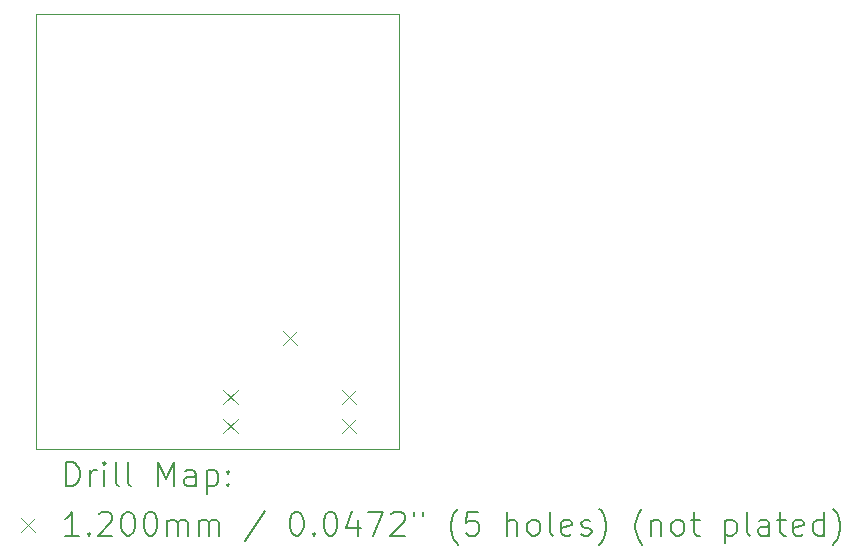
<source format=gbr>
%TF.GenerationSoftware,KiCad,Pcbnew,8.0.4-1.fc40*%
%TF.CreationDate,2024-08-27T20:57:50+02:00*%
%TF.ProjectId,ATU100 Alc interface,41545531-3030-4204-916c-6320696e7465,rev?*%
%TF.SameCoordinates,Original*%
%TF.FileFunction,Drillmap*%
%TF.FilePolarity,Positive*%
%FSLAX45Y45*%
G04 Gerber Fmt 4.5, Leading zero omitted, Abs format (unit mm)*
G04 Created by KiCad (PCBNEW 8.0.4-1.fc40) date 2024-08-27 20:57:50*
%MOMM*%
%LPD*%
G01*
G04 APERTURE LIST*
%ADD10C,0.050000*%
%ADD11C,0.200000*%
%ADD12C,0.120000*%
G04 APERTURE END LIST*
D10*
X8200000Y-9630000D02*
X11275000Y-9630000D01*
X11275000Y-13315000D01*
X8200000Y-13315000D01*
X8200000Y-9630000D01*
D11*
D12*
X9790000Y-12815000D02*
X9910000Y-12935000D01*
X9910000Y-12815000D02*
X9790000Y-12935000D01*
X9790000Y-13065000D02*
X9910000Y-13185000D01*
X9910000Y-13065000D02*
X9790000Y-13185000D01*
X10290000Y-12315000D02*
X10410000Y-12435000D01*
X10410000Y-12315000D02*
X10290000Y-12435000D01*
X10790000Y-12815000D02*
X10910000Y-12935000D01*
X10910000Y-12815000D02*
X10790000Y-12935000D01*
X10790000Y-13065000D02*
X10910000Y-13185000D01*
X10910000Y-13065000D02*
X10790000Y-13185000D01*
D11*
X8458277Y-13628984D02*
X8458277Y-13428984D01*
X8458277Y-13428984D02*
X8505896Y-13428984D01*
X8505896Y-13428984D02*
X8534467Y-13438508D01*
X8534467Y-13438508D02*
X8553515Y-13457555D01*
X8553515Y-13457555D02*
X8563039Y-13476603D01*
X8563039Y-13476603D02*
X8572563Y-13514698D01*
X8572563Y-13514698D02*
X8572563Y-13543269D01*
X8572563Y-13543269D02*
X8563039Y-13581365D01*
X8563039Y-13581365D02*
X8553515Y-13600412D01*
X8553515Y-13600412D02*
X8534467Y-13619460D01*
X8534467Y-13619460D02*
X8505896Y-13628984D01*
X8505896Y-13628984D02*
X8458277Y-13628984D01*
X8658277Y-13628984D02*
X8658277Y-13495650D01*
X8658277Y-13533746D02*
X8667801Y-13514698D01*
X8667801Y-13514698D02*
X8677324Y-13505174D01*
X8677324Y-13505174D02*
X8696372Y-13495650D01*
X8696372Y-13495650D02*
X8715420Y-13495650D01*
X8782086Y-13628984D02*
X8782086Y-13495650D01*
X8782086Y-13428984D02*
X8772563Y-13438508D01*
X8772563Y-13438508D02*
X8782086Y-13448031D01*
X8782086Y-13448031D02*
X8791610Y-13438508D01*
X8791610Y-13438508D02*
X8782086Y-13428984D01*
X8782086Y-13428984D02*
X8782086Y-13448031D01*
X8905896Y-13628984D02*
X8886848Y-13619460D01*
X8886848Y-13619460D02*
X8877324Y-13600412D01*
X8877324Y-13600412D02*
X8877324Y-13428984D01*
X9010658Y-13628984D02*
X8991610Y-13619460D01*
X8991610Y-13619460D02*
X8982086Y-13600412D01*
X8982086Y-13600412D02*
X8982086Y-13428984D01*
X9239229Y-13628984D02*
X9239229Y-13428984D01*
X9239229Y-13428984D02*
X9305896Y-13571841D01*
X9305896Y-13571841D02*
X9372563Y-13428984D01*
X9372563Y-13428984D02*
X9372563Y-13628984D01*
X9553515Y-13628984D02*
X9553515Y-13524222D01*
X9553515Y-13524222D02*
X9543991Y-13505174D01*
X9543991Y-13505174D02*
X9524944Y-13495650D01*
X9524944Y-13495650D02*
X9486848Y-13495650D01*
X9486848Y-13495650D02*
X9467801Y-13505174D01*
X9553515Y-13619460D02*
X9534467Y-13628984D01*
X9534467Y-13628984D02*
X9486848Y-13628984D01*
X9486848Y-13628984D02*
X9467801Y-13619460D01*
X9467801Y-13619460D02*
X9458277Y-13600412D01*
X9458277Y-13600412D02*
X9458277Y-13581365D01*
X9458277Y-13581365D02*
X9467801Y-13562317D01*
X9467801Y-13562317D02*
X9486848Y-13552793D01*
X9486848Y-13552793D02*
X9534467Y-13552793D01*
X9534467Y-13552793D02*
X9553515Y-13543269D01*
X9648753Y-13495650D02*
X9648753Y-13695650D01*
X9648753Y-13505174D02*
X9667801Y-13495650D01*
X9667801Y-13495650D02*
X9705896Y-13495650D01*
X9705896Y-13495650D02*
X9724944Y-13505174D01*
X9724944Y-13505174D02*
X9734467Y-13514698D01*
X9734467Y-13514698D02*
X9743991Y-13533746D01*
X9743991Y-13533746D02*
X9743991Y-13590888D01*
X9743991Y-13590888D02*
X9734467Y-13609936D01*
X9734467Y-13609936D02*
X9724944Y-13619460D01*
X9724944Y-13619460D02*
X9705896Y-13628984D01*
X9705896Y-13628984D02*
X9667801Y-13628984D01*
X9667801Y-13628984D02*
X9648753Y-13619460D01*
X9829705Y-13609936D02*
X9839229Y-13619460D01*
X9839229Y-13619460D02*
X9829705Y-13628984D01*
X9829705Y-13628984D02*
X9820182Y-13619460D01*
X9820182Y-13619460D02*
X9829705Y-13609936D01*
X9829705Y-13609936D02*
X9829705Y-13628984D01*
X9829705Y-13505174D02*
X9839229Y-13514698D01*
X9839229Y-13514698D02*
X9829705Y-13524222D01*
X9829705Y-13524222D02*
X9820182Y-13514698D01*
X9820182Y-13514698D02*
X9829705Y-13505174D01*
X9829705Y-13505174D02*
X9829705Y-13524222D01*
D12*
X8077500Y-13897500D02*
X8197500Y-14017500D01*
X8197500Y-13897500D02*
X8077500Y-14017500D01*
D11*
X8563039Y-14048984D02*
X8448753Y-14048984D01*
X8505896Y-14048984D02*
X8505896Y-13848984D01*
X8505896Y-13848984D02*
X8486848Y-13877555D01*
X8486848Y-13877555D02*
X8467801Y-13896603D01*
X8467801Y-13896603D02*
X8448753Y-13906127D01*
X8648753Y-14029936D02*
X8658277Y-14039460D01*
X8658277Y-14039460D02*
X8648753Y-14048984D01*
X8648753Y-14048984D02*
X8639229Y-14039460D01*
X8639229Y-14039460D02*
X8648753Y-14029936D01*
X8648753Y-14029936D02*
X8648753Y-14048984D01*
X8734467Y-13868031D02*
X8743991Y-13858508D01*
X8743991Y-13858508D02*
X8763039Y-13848984D01*
X8763039Y-13848984D02*
X8810658Y-13848984D01*
X8810658Y-13848984D02*
X8829705Y-13858508D01*
X8829705Y-13858508D02*
X8839229Y-13868031D01*
X8839229Y-13868031D02*
X8848753Y-13887079D01*
X8848753Y-13887079D02*
X8848753Y-13906127D01*
X8848753Y-13906127D02*
X8839229Y-13934698D01*
X8839229Y-13934698D02*
X8724944Y-14048984D01*
X8724944Y-14048984D02*
X8848753Y-14048984D01*
X8972563Y-13848984D02*
X8991610Y-13848984D01*
X8991610Y-13848984D02*
X9010658Y-13858508D01*
X9010658Y-13858508D02*
X9020182Y-13868031D01*
X9020182Y-13868031D02*
X9029705Y-13887079D01*
X9029705Y-13887079D02*
X9039229Y-13925174D01*
X9039229Y-13925174D02*
X9039229Y-13972793D01*
X9039229Y-13972793D02*
X9029705Y-14010888D01*
X9029705Y-14010888D02*
X9020182Y-14029936D01*
X9020182Y-14029936D02*
X9010658Y-14039460D01*
X9010658Y-14039460D02*
X8991610Y-14048984D01*
X8991610Y-14048984D02*
X8972563Y-14048984D01*
X8972563Y-14048984D02*
X8953515Y-14039460D01*
X8953515Y-14039460D02*
X8943991Y-14029936D01*
X8943991Y-14029936D02*
X8934467Y-14010888D01*
X8934467Y-14010888D02*
X8924944Y-13972793D01*
X8924944Y-13972793D02*
X8924944Y-13925174D01*
X8924944Y-13925174D02*
X8934467Y-13887079D01*
X8934467Y-13887079D02*
X8943991Y-13868031D01*
X8943991Y-13868031D02*
X8953515Y-13858508D01*
X8953515Y-13858508D02*
X8972563Y-13848984D01*
X9163039Y-13848984D02*
X9182086Y-13848984D01*
X9182086Y-13848984D02*
X9201134Y-13858508D01*
X9201134Y-13858508D02*
X9210658Y-13868031D01*
X9210658Y-13868031D02*
X9220182Y-13887079D01*
X9220182Y-13887079D02*
X9229705Y-13925174D01*
X9229705Y-13925174D02*
X9229705Y-13972793D01*
X9229705Y-13972793D02*
X9220182Y-14010888D01*
X9220182Y-14010888D02*
X9210658Y-14029936D01*
X9210658Y-14029936D02*
X9201134Y-14039460D01*
X9201134Y-14039460D02*
X9182086Y-14048984D01*
X9182086Y-14048984D02*
X9163039Y-14048984D01*
X9163039Y-14048984D02*
X9143991Y-14039460D01*
X9143991Y-14039460D02*
X9134467Y-14029936D01*
X9134467Y-14029936D02*
X9124944Y-14010888D01*
X9124944Y-14010888D02*
X9115420Y-13972793D01*
X9115420Y-13972793D02*
X9115420Y-13925174D01*
X9115420Y-13925174D02*
X9124944Y-13887079D01*
X9124944Y-13887079D02*
X9134467Y-13868031D01*
X9134467Y-13868031D02*
X9143991Y-13858508D01*
X9143991Y-13858508D02*
X9163039Y-13848984D01*
X9315420Y-14048984D02*
X9315420Y-13915650D01*
X9315420Y-13934698D02*
X9324944Y-13925174D01*
X9324944Y-13925174D02*
X9343991Y-13915650D01*
X9343991Y-13915650D02*
X9372563Y-13915650D01*
X9372563Y-13915650D02*
X9391610Y-13925174D01*
X9391610Y-13925174D02*
X9401134Y-13944222D01*
X9401134Y-13944222D02*
X9401134Y-14048984D01*
X9401134Y-13944222D02*
X9410658Y-13925174D01*
X9410658Y-13925174D02*
X9429705Y-13915650D01*
X9429705Y-13915650D02*
X9458277Y-13915650D01*
X9458277Y-13915650D02*
X9477325Y-13925174D01*
X9477325Y-13925174D02*
X9486848Y-13944222D01*
X9486848Y-13944222D02*
X9486848Y-14048984D01*
X9582086Y-14048984D02*
X9582086Y-13915650D01*
X9582086Y-13934698D02*
X9591610Y-13925174D01*
X9591610Y-13925174D02*
X9610658Y-13915650D01*
X9610658Y-13915650D02*
X9639229Y-13915650D01*
X9639229Y-13915650D02*
X9658277Y-13925174D01*
X9658277Y-13925174D02*
X9667801Y-13944222D01*
X9667801Y-13944222D02*
X9667801Y-14048984D01*
X9667801Y-13944222D02*
X9677325Y-13925174D01*
X9677325Y-13925174D02*
X9696372Y-13915650D01*
X9696372Y-13915650D02*
X9724944Y-13915650D01*
X9724944Y-13915650D02*
X9743991Y-13925174D01*
X9743991Y-13925174D02*
X9753515Y-13944222D01*
X9753515Y-13944222D02*
X9753515Y-14048984D01*
X10143991Y-13839460D02*
X9972563Y-14096603D01*
X10401134Y-13848984D02*
X10420182Y-13848984D01*
X10420182Y-13848984D02*
X10439229Y-13858508D01*
X10439229Y-13858508D02*
X10448753Y-13868031D01*
X10448753Y-13868031D02*
X10458277Y-13887079D01*
X10458277Y-13887079D02*
X10467801Y-13925174D01*
X10467801Y-13925174D02*
X10467801Y-13972793D01*
X10467801Y-13972793D02*
X10458277Y-14010888D01*
X10458277Y-14010888D02*
X10448753Y-14029936D01*
X10448753Y-14029936D02*
X10439229Y-14039460D01*
X10439229Y-14039460D02*
X10420182Y-14048984D01*
X10420182Y-14048984D02*
X10401134Y-14048984D01*
X10401134Y-14048984D02*
X10382087Y-14039460D01*
X10382087Y-14039460D02*
X10372563Y-14029936D01*
X10372563Y-14029936D02*
X10363039Y-14010888D01*
X10363039Y-14010888D02*
X10353515Y-13972793D01*
X10353515Y-13972793D02*
X10353515Y-13925174D01*
X10353515Y-13925174D02*
X10363039Y-13887079D01*
X10363039Y-13887079D02*
X10372563Y-13868031D01*
X10372563Y-13868031D02*
X10382087Y-13858508D01*
X10382087Y-13858508D02*
X10401134Y-13848984D01*
X10553515Y-14029936D02*
X10563039Y-14039460D01*
X10563039Y-14039460D02*
X10553515Y-14048984D01*
X10553515Y-14048984D02*
X10543991Y-14039460D01*
X10543991Y-14039460D02*
X10553515Y-14029936D01*
X10553515Y-14029936D02*
X10553515Y-14048984D01*
X10686848Y-13848984D02*
X10705896Y-13848984D01*
X10705896Y-13848984D02*
X10724944Y-13858508D01*
X10724944Y-13858508D02*
X10734468Y-13868031D01*
X10734468Y-13868031D02*
X10743991Y-13887079D01*
X10743991Y-13887079D02*
X10753515Y-13925174D01*
X10753515Y-13925174D02*
X10753515Y-13972793D01*
X10753515Y-13972793D02*
X10743991Y-14010888D01*
X10743991Y-14010888D02*
X10734468Y-14029936D01*
X10734468Y-14029936D02*
X10724944Y-14039460D01*
X10724944Y-14039460D02*
X10705896Y-14048984D01*
X10705896Y-14048984D02*
X10686848Y-14048984D01*
X10686848Y-14048984D02*
X10667801Y-14039460D01*
X10667801Y-14039460D02*
X10658277Y-14029936D01*
X10658277Y-14029936D02*
X10648753Y-14010888D01*
X10648753Y-14010888D02*
X10639229Y-13972793D01*
X10639229Y-13972793D02*
X10639229Y-13925174D01*
X10639229Y-13925174D02*
X10648753Y-13887079D01*
X10648753Y-13887079D02*
X10658277Y-13868031D01*
X10658277Y-13868031D02*
X10667801Y-13858508D01*
X10667801Y-13858508D02*
X10686848Y-13848984D01*
X10924944Y-13915650D02*
X10924944Y-14048984D01*
X10877325Y-13839460D02*
X10829706Y-13982317D01*
X10829706Y-13982317D02*
X10953515Y-13982317D01*
X11010658Y-13848984D02*
X11143991Y-13848984D01*
X11143991Y-13848984D02*
X11058277Y-14048984D01*
X11210658Y-13868031D02*
X11220182Y-13858508D01*
X11220182Y-13858508D02*
X11239229Y-13848984D01*
X11239229Y-13848984D02*
X11286848Y-13848984D01*
X11286848Y-13848984D02*
X11305896Y-13858508D01*
X11305896Y-13858508D02*
X11315420Y-13868031D01*
X11315420Y-13868031D02*
X11324944Y-13887079D01*
X11324944Y-13887079D02*
X11324944Y-13906127D01*
X11324944Y-13906127D02*
X11315420Y-13934698D01*
X11315420Y-13934698D02*
X11201134Y-14048984D01*
X11201134Y-14048984D02*
X11324944Y-14048984D01*
X11401134Y-13848984D02*
X11401134Y-13887079D01*
X11477325Y-13848984D02*
X11477325Y-13887079D01*
X11772563Y-14125174D02*
X11763039Y-14115650D01*
X11763039Y-14115650D02*
X11743991Y-14087079D01*
X11743991Y-14087079D02*
X11734468Y-14068031D01*
X11734468Y-14068031D02*
X11724944Y-14039460D01*
X11724944Y-14039460D02*
X11715420Y-13991841D01*
X11715420Y-13991841D02*
X11715420Y-13953746D01*
X11715420Y-13953746D02*
X11724944Y-13906127D01*
X11724944Y-13906127D02*
X11734468Y-13877555D01*
X11734468Y-13877555D02*
X11743991Y-13858508D01*
X11743991Y-13858508D02*
X11763039Y-13829936D01*
X11763039Y-13829936D02*
X11772563Y-13820412D01*
X11943991Y-13848984D02*
X11848753Y-13848984D01*
X11848753Y-13848984D02*
X11839229Y-13944222D01*
X11839229Y-13944222D02*
X11848753Y-13934698D01*
X11848753Y-13934698D02*
X11867801Y-13925174D01*
X11867801Y-13925174D02*
X11915420Y-13925174D01*
X11915420Y-13925174D02*
X11934468Y-13934698D01*
X11934468Y-13934698D02*
X11943991Y-13944222D01*
X11943991Y-13944222D02*
X11953515Y-13963269D01*
X11953515Y-13963269D02*
X11953515Y-14010888D01*
X11953515Y-14010888D02*
X11943991Y-14029936D01*
X11943991Y-14029936D02*
X11934468Y-14039460D01*
X11934468Y-14039460D02*
X11915420Y-14048984D01*
X11915420Y-14048984D02*
X11867801Y-14048984D01*
X11867801Y-14048984D02*
X11848753Y-14039460D01*
X11848753Y-14039460D02*
X11839229Y-14029936D01*
X12191610Y-14048984D02*
X12191610Y-13848984D01*
X12277325Y-14048984D02*
X12277325Y-13944222D01*
X12277325Y-13944222D02*
X12267801Y-13925174D01*
X12267801Y-13925174D02*
X12248753Y-13915650D01*
X12248753Y-13915650D02*
X12220182Y-13915650D01*
X12220182Y-13915650D02*
X12201134Y-13925174D01*
X12201134Y-13925174D02*
X12191610Y-13934698D01*
X12401134Y-14048984D02*
X12382087Y-14039460D01*
X12382087Y-14039460D02*
X12372563Y-14029936D01*
X12372563Y-14029936D02*
X12363039Y-14010888D01*
X12363039Y-14010888D02*
X12363039Y-13953746D01*
X12363039Y-13953746D02*
X12372563Y-13934698D01*
X12372563Y-13934698D02*
X12382087Y-13925174D01*
X12382087Y-13925174D02*
X12401134Y-13915650D01*
X12401134Y-13915650D02*
X12429706Y-13915650D01*
X12429706Y-13915650D02*
X12448753Y-13925174D01*
X12448753Y-13925174D02*
X12458277Y-13934698D01*
X12458277Y-13934698D02*
X12467801Y-13953746D01*
X12467801Y-13953746D02*
X12467801Y-14010888D01*
X12467801Y-14010888D02*
X12458277Y-14029936D01*
X12458277Y-14029936D02*
X12448753Y-14039460D01*
X12448753Y-14039460D02*
X12429706Y-14048984D01*
X12429706Y-14048984D02*
X12401134Y-14048984D01*
X12582087Y-14048984D02*
X12563039Y-14039460D01*
X12563039Y-14039460D02*
X12553515Y-14020412D01*
X12553515Y-14020412D02*
X12553515Y-13848984D01*
X12734468Y-14039460D02*
X12715420Y-14048984D01*
X12715420Y-14048984D02*
X12677325Y-14048984D01*
X12677325Y-14048984D02*
X12658277Y-14039460D01*
X12658277Y-14039460D02*
X12648753Y-14020412D01*
X12648753Y-14020412D02*
X12648753Y-13944222D01*
X12648753Y-13944222D02*
X12658277Y-13925174D01*
X12658277Y-13925174D02*
X12677325Y-13915650D01*
X12677325Y-13915650D02*
X12715420Y-13915650D01*
X12715420Y-13915650D02*
X12734468Y-13925174D01*
X12734468Y-13925174D02*
X12743991Y-13944222D01*
X12743991Y-13944222D02*
X12743991Y-13963269D01*
X12743991Y-13963269D02*
X12648753Y-13982317D01*
X12820182Y-14039460D02*
X12839230Y-14048984D01*
X12839230Y-14048984D02*
X12877325Y-14048984D01*
X12877325Y-14048984D02*
X12896372Y-14039460D01*
X12896372Y-14039460D02*
X12905896Y-14020412D01*
X12905896Y-14020412D02*
X12905896Y-14010888D01*
X12905896Y-14010888D02*
X12896372Y-13991841D01*
X12896372Y-13991841D02*
X12877325Y-13982317D01*
X12877325Y-13982317D02*
X12848753Y-13982317D01*
X12848753Y-13982317D02*
X12829706Y-13972793D01*
X12829706Y-13972793D02*
X12820182Y-13953746D01*
X12820182Y-13953746D02*
X12820182Y-13944222D01*
X12820182Y-13944222D02*
X12829706Y-13925174D01*
X12829706Y-13925174D02*
X12848753Y-13915650D01*
X12848753Y-13915650D02*
X12877325Y-13915650D01*
X12877325Y-13915650D02*
X12896372Y-13925174D01*
X12972563Y-14125174D02*
X12982087Y-14115650D01*
X12982087Y-14115650D02*
X13001134Y-14087079D01*
X13001134Y-14087079D02*
X13010658Y-14068031D01*
X13010658Y-14068031D02*
X13020182Y-14039460D01*
X13020182Y-14039460D02*
X13029706Y-13991841D01*
X13029706Y-13991841D02*
X13029706Y-13953746D01*
X13029706Y-13953746D02*
X13020182Y-13906127D01*
X13020182Y-13906127D02*
X13010658Y-13877555D01*
X13010658Y-13877555D02*
X13001134Y-13858508D01*
X13001134Y-13858508D02*
X12982087Y-13829936D01*
X12982087Y-13829936D02*
X12972563Y-13820412D01*
X13334468Y-14125174D02*
X13324944Y-14115650D01*
X13324944Y-14115650D02*
X13305896Y-14087079D01*
X13305896Y-14087079D02*
X13296372Y-14068031D01*
X13296372Y-14068031D02*
X13286849Y-14039460D01*
X13286849Y-14039460D02*
X13277325Y-13991841D01*
X13277325Y-13991841D02*
X13277325Y-13953746D01*
X13277325Y-13953746D02*
X13286849Y-13906127D01*
X13286849Y-13906127D02*
X13296372Y-13877555D01*
X13296372Y-13877555D02*
X13305896Y-13858508D01*
X13305896Y-13858508D02*
X13324944Y-13829936D01*
X13324944Y-13829936D02*
X13334468Y-13820412D01*
X13410658Y-13915650D02*
X13410658Y-14048984D01*
X13410658Y-13934698D02*
X13420182Y-13925174D01*
X13420182Y-13925174D02*
X13439230Y-13915650D01*
X13439230Y-13915650D02*
X13467801Y-13915650D01*
X13467801Y-13915650D02*
X13486849Y-13925174D01*
X13486849Y-13925174D02*
X13496372Y-13944222D01*
X13496372Y-13944222D02*
X13496372Y-14048984D01*
X13620182Y-14048984D02*
X13601134Y-14039460D01*
X13601134Y-14039460D02*
X13591611Y-14029936D01*
X13591611Y-14029936D02*
X13582087Y-14010888D01*
X13582087Y-14010888D02*
X13582087Y-13953746D01*
X13582087Y-13953746D02*
X13591611Y-13934698D01*
X13591611Y-13934698D02*
X13601134Y-13925174D01*
X13601134Y-13925174D02*
X13620182Y-13915650D01*
X13620182Y-13915650D02*
X13648753Y-13915650D01*
X13648753Y-13915650D02*
X13667801Y-13925174D01*
X13667801Y-13925174D02*
X13677325Y-13934698D01*
X13677325Y-13934698D02*
X13686849Y-13953746D01*
X13686849Y-13953746D02*
X13686849Y-14010888D01*
X13686849Y-14010888D02*
X13677325Y-14029936D01*
X13677325Y-14029936D02*
X13667801Y-14039460D01*
X13667801Y-14039460D02*
X13648753Y-14048984D01*
X13648753Y-14048984D02*
X13620182Y-14048984D01*
X13743992Y-13915650D02*
X13820182Y-13915650D01*
X13772563Y-13848984D02*
X13772563Y-14020412D01*
X13772563Y-14020412D02*
X13782087Y-14039460D01*
X13782087Y-14039460D02*
X13801134Y-14048984D01*
X13801134Y-14048984D02*
X13820182Y-14048984D01*
X14039230Y-13915650D02*
X14039230Y-14115650D01*
X14039230Y-13925174D02*
X14058277Y-13915650D01*
X14058277Y-13915650D02*
X14096373Y-13915650D01*
X14096373Y-13915650D02*
X14115420Y-13925174D01*
X14115420Y-13925174D02*
X14124944Y-13934698D01*
X14124944Y-13934698D02*
X14134468Y-13953746D01*
X14134468Y-13953746D02*
X14134468Y-14010888D01*
X14134468Y-14010888D02*
X14124944Y-14029936D01*
X14124944Y-14029936D02*
X14115420Y-14039460D01*
X14115420Y-14039460D02*
X14096373Y-14048984D01*
X14096373Y-14048984D02*
X14058277Y-14048984D01*
X14058277Y-14048984D02*
X14039230Y-14039460D01*
X14248753Y-14048984D02*
X14229706Y-14039460D01*
X14229706Y-14039460D02*
X14220182Y-14020412D01*
X14220182Y-14020412D02*
X14220182Y-13848984D01*
X14410658Y-14048984D02*
X14410658Y-13944222D01*
X14410658Y-13944222D02*
X14401134Y-13925174D01*
X14401134Y-13925174D02*
X14382087Y-13915650D01*
X14382087Y-13915650D02*
X14343992Y-13915650D01*
X14343992Y-13915650D02*
X14324944Y-13925174D01*
X14410658Y-14039460D02*
X14391611Y-14048984D01*
X14391611Y-14048984D02*
X14343992Y-14048984D01*
X14343992Y-14048984D02*
X14324944Y-14039460D01*
X14324944Y-14039460D02*
X14315420Y-14020412D01*
X14315420Y-14020412D02*
X14315420Y-14001365D01*
X14315420Y-14001365D02*
X14324944Y-13982317D01*
X14324944Y-13982317D02*
X14343992Y-13972793D01*
X14343992Y-13972793D02*
X14391611Y-13972793D01*
X14391611Y-13972793D02*
X14410658Y-13963269D01*
X14477325Y-13915650D02*
X14553515Y-13915650D01*
X14505896Y-13848984D02*
X14505896Y-14020412D01*
X14505896Y-14020412D02*
X14515420Y-14039460D01*
X14515420Y-14039460D02*
X14534468Y-14048984D01*
X14534468Y-14048984D02*
X14553515Y-14048984D01*
X14696373Y-14039460D02*
X14677325Y-14048984D01*
X14677325Y-14048984D02*
X14639230Y-14048984D01*
X14639230Y-14048984D02*
X14620182Y-14039460D01*
X14620182Y-14039460D02*
X14610658Y-14020412D01*
X14610658Y-14020412D02*
X14610658Y-13944222D01*
X14610658Y-13944222D02*
X14620182Y-13925174D01*
X14620182Y-13925174D02*
X14639230Y-13915650D01*
X14639230Y-13915650D02*
X14677325Y-13915650D01*
X14677325Y-13915650D02*
X14696373Y-13925174D01*
X14696373Y-13925174D02*
X14705896Y-13944222D01*
X14705896Y-13944222D02*
X14705896Y-13963269D01*
X14705896Y-13963269D02*
X14610658Y-13982317D01*
X14877325Y-14048984D02*
X14877325Y-13848984D01*
X14877325Y-14039460D02*
X14858277Y-14048984D01*
X14858277Y-14048984D02*
X14820182Y-14048984D01*
X14820182Y-14048984D02*
X14801134Y-14039460D01*
X14801134Y-14039460D02*
X14791611Y-14029936D01*
X14791611Y-14029936D02*
X14782087Y-14010888D01*
X14782087Y-14010888D02*
X14782087Y-13953746D01*
X14782087Y-13953746D02*
X14791611Y-13934698D01*
X14791611Y-13934698D02*
X14801134Y-13925174D01*
X14801134Y-13925174D02*
X14820182Y-13915650D01*
X14820182Y-13915650D02*
X14858277Y-13915650D01*
X14858277Y-13915650D02*
X14877325Y-13925174D01*
X14953515Y-14125174D02*
X14963039Y-14115650D01*
X14963039Y-14115650D02*
X14982087Y-14087079D01*
X14982087Y-14087079D02*
X14991611Y-14068031D01*
X14991611Y-14068031D02*
X15001134Y-14039460D01*
X15001134Y-14039460D02*
X15010658Y-13991841D01*
X15010658Y-13991841D02*
X15010658Y-13953746D01*
X15010658Y-13953746D02*
X15001134Y-13906127D01*
X15001134Y-13906127D02*
X14991611Y-13877555D01*
X14991611Y-13877555D02*
X14982087Y-13858508D01*
X14982087Y-13858508D02*
X14963039Y-13829936D01*
X14963039Y-13829936D02*
X14953515Y-13820412D01*
M02*

</source>
